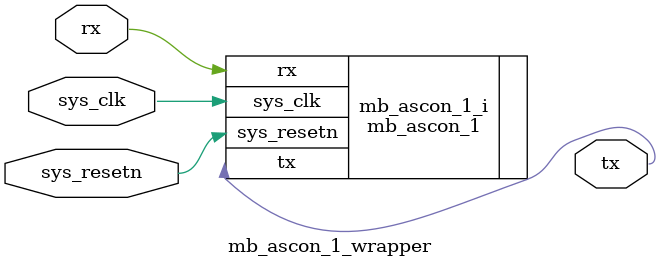
<source format=v>
`timescale 1 ps / 1 ps

module mb_ascon_1_wrapper
   (rx,
    sys_clk,
    sys_resetn,
    tx);
  input rx;
  input sys_clk;
  input sys_resetn;
  output tx;

  wire rx;
  wire sys_clk;
  wire sys_resetn;
  wire tx;

  mb_ascon_1 mb_ascon_1_i
       (.rx(rx),
        .sys_clk(sys_clk),
        .sys_resetn(sys_resetn),
        .tx(tx));
endmodule

</source>
